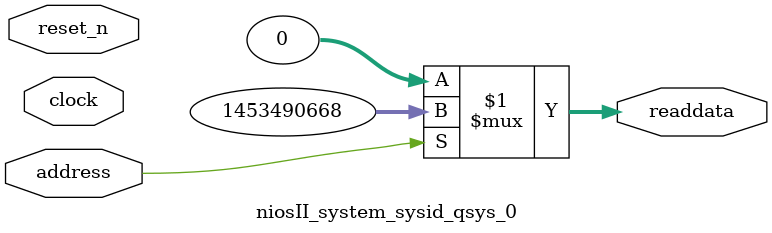
<source format=v>

`timescale 1ns / 1ps
// synthesis translate_on

// turn off superfluous verilog processor warnings 
// altera message_level Level1 
// altera message_off 10034 10035 10036 10037 10230 10240 10030 

module niosII_system_sysid_qsys_0 (
               // inputs:
                address,
                clock,
                reset_n,

               // outputs:
                readdata
             )
;

  output  [ 31: 0] readdata;
  input            address;
  input            clock;
  input            reset_n;

  wire    [ 31: 0] readdata;
  //control_slave, which is an e_avalon_slave
  assign readdata = address ? 1453490668 : 0;

endmodule




</source>
